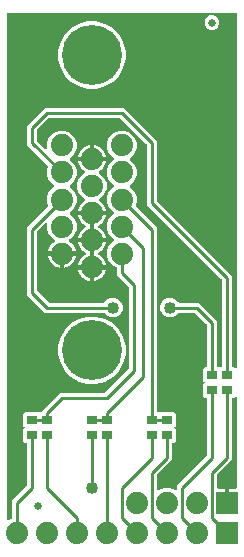
<source format=gbr>
G04 EAGLE Gerber RS-274X export*
G75*
%MOMM*%
%FSLAX34Y34*%
%LPD*%
%INTop Copper*%
%IPPOS*%
%AMOC8*
5,1,8,0,0,1.08239X$1,22.5*%
G01*
%ADD10R,1.879600X1.879600*%
%ADD11C,1.879600*%
%ADD12C,5.080000*%
%ADD13R,0.900000X0.700000*%
%ADD14C,0.635000*%
%ADD15C,0.254000*%
%ADD16C,1.016000*%

G36*
X5420Y23212D02*
X5420Y23212D01*
X5450Y23211D01*
X5707Y23279D01*
X5723Y23282D01*
X7755Y24124D01*
X7756Y24125D01*
X7757Y24125D01*
X7876Y24195D01*
X7999Y24268D01*
X8000Y24269D01*
X8002Y24270D01*
X8099Y24374D01*
X8195Y24475D01*
X8195Y24476D01*
X8196Y24478D01*
X8259Y24599D01*
X8325Y24728D01*
X8325Y24729D01*
X8326Y24731D01*
X8328Y24746D01*
X8380Y25007D01*
X8377Y25037D01*
X8381Y25062D01*
X8381Y39889D01*
X20784Y52292D01*
X20836Y52361D01*
X20896Y52425D01*
X20922Y52475D01*
X20955Y52519D01*
X20986Y52600D01*
X21026Y52678D01*
X21034Y52726D01*
X21056Y52784D01*
X21068Y52932D01*
X21081Y53009D01*
X21081Y87536D01*
X21073Y87594D01*
X21075Y87652D01*
X21053Y87734D01*
X21041Y87818D01*
X21018Y87871D01*
X21003Y87927D01*
X20960Y88000D01*
X20925Y88077D01*
X20887Y88122D01*
X20858Y88172D01*
X20796Y88230D01*
X20742Y88294D01*
X20693Y88326D01*
X20650Y88366D01*
X20575Y88405D01*
X20505Y88452D01*
X20449Y88469D01*
X20397Y88496D01*
X20329Y88507D01*
X20234Y88537D01*
X20134Y88540D01*
X20066Y88551D01*
X19637Y88551D01*
X17851Y90337D01*
X17851Y99863D01*
X18871Y100882D01*
X18906Y100929D01*
X18948Y100969D01*
X18991Y101042D01*
X19041Y101109D01*
X19062Y101164D01*
X19092Y101214D01*
X19113Y101296D01*
X19143Y101375D01*
X19148Y101433D01*
X19162Y101490D01*
X19159Y101574D01*
X19166Y101658D01*
X19155Y101716D01*
X19153Y101774D01*
X19127Y101854D01*
X19110Y101937D01*
X19083Y101989D01*
X19065Y102045D01*
X19025Y102101D01*
X18979Y102189D01*
X18911Y102262D01*
X18871Y102318D01*
X17851Y103337D01*
X17851Y112863D01*
X19637Y114649D01*
X31206Y114649D01*
X31259Y114609D01*
X31314Y114588D01*
X31364Y114558D01*
X31446Y114537D01*
X31525Y114507D01*
X31583Y114502D01*
X31640Y114488D01*
X31724Y114491D01*
X31808Y114484D01*
X31866Y114495D01*
X31924Y114497D01*
X32004Y114523D01*
X32087Y114540D01*
X32139Y114567D01*
X32195Y114585D01*
X32251Y114625D01*
X32297Y114649D01*
X32766Y114649D01*
X32824Y114657D01*
X32882Y114655D01*
X32964Y114677D01*
X33048Y114689D01*
X33101Y114712D01*
X33157Y114727D01*
X33230Y114770D01*
X33307Y114805D01*
X33352Y114843D01*
X33402Y114872D01*
X33460Y114934D01*
X33524Y114988D01*
X33556Y115037D01*
X33596Y115080D01*
X33635Y115155D01*
X33682Y115225D01*
X33699Y115281D01*
X33726Y115333D01*
X33737Y115401D01*
X33767Y115496D01*
X33770Y115596D01*
X33781Y115664D01*
X33781Y116089D01*
X49011Y131319D01*
X86691Y131319D01*
X86777Y131331D01*
X86865Y131334D01*
X86917Y131351D01*
X86972Y131359D01*
X87052Y131394D01*
X87135Y131421D01*
X87174Y131449D01*
X87231Y131475D01*
X87345Y131571D01*
X87408Y131616D01*
X107144Y151352D01*
X107196Y151421D01*
X107256Y151485D01*
X107282Y151535D01*
X107315Y151579D01*
X107346Y151660D01*
X107386Y151738D01*
X107394Y151786D01*
X107416Y151844D01*
X107427Y151971D01*
X107427Y151974D01*
X107428Y151983D01*
X107428Y151992D01*
X107441Y152069D01*
X107441Y220041D01*
X107429Y220127D01*
X107426Y220215D01*
X107409Y220267D01*
X107401Y220322D01*
X107366Y220402D01*
X107339Y220485D01*
X107311Y220524D01*
X107285Y220581D01*
X107189Y220695D01*
X107144Y220758D01*
X97281Y230621D01*
X97281Y236538D01*
X97281Y236540D01*
X97281Y236541D01*
X97261Y236681D01*
X97241Y236820D01*
X97241Y236821D01*
X97241Y236823D01*
X97184Y236949D01*
X97125Y237079D01*
X97124Y237080D01*
X97123Y237082D01*
X97034Y237187D01*
X96942Y237296D01*
X96940Y237297D01*
X96939Y237298D01*
X96927Y237306D01*
X96705Y237454D01*
X96676Y237463D01*
X96655Y237476D01*
X94549Y238348D01*
X91048Y241849D01*
X89153Y246424D01*
X89153Y251376D01*
X91048Y255951D01*
X94588Y259490D01*
X94600Y259499D01*
X94698Y259556D01*
X94718Y259578D01*
X94743Y259594D01*
X94816Y259681D01*
X94893Y259763D01*
X94907Y259789D01*
X94926Y259812D01*
X94972Y259915D01*
X95024Y260016D01*
X95029Y260045D01*
X95041Y260072D01*
X95057Y260183D01*
X95079Y260295D01*
X95076Y260324D01*
X95080Y260353D01*
X95064Y260465D01*
X95054Y260578D01*
X95044Y260605D01*
X95039Y260634D01*
X94993Y260738D01*
X94952Y260843D01*
X94935Y260867D01*
X94922Y260894D01*
X94849Y260980D01*
X94781Y261070D01*
X94757Y261088D01*
X94738Y261110D01*
X94672Y261152D01*
X94570Y261227D01*
X91048Y264749D01*
X89153Y269324D01*
X89153Y274276D01*
X91048Y278851D01*
X94588Y282390D01*
X94600Y282399D01*
X94698Y282456D01*
X94718Y282478D01*
X94743Y282494D01*
X94816Y282581D01*
X94893Y282663D01*
X94907Y282689D01*
X94926Y282712D01*
X94972Y282815D01*
X95024Y282916D01*
X95029Y282945D01*
X95041Y282972D01*
X95057Y283083D01*
X95079Y283195D01*
X95076Y283224D01*
X95080Y283253D01*
X95064Y283365D01*
X95054Y283478D01*
X95044Y283505D01*
X95039Y283534D01*
X94993Y283638D01*
X94952Y283743D01*
X94935Y283767D01*
X94922Y283794D01*
X94849Y283880D01*
X94781Y283970D01*
X94757Y283988D01*
X94738Y284010D01*
X94672Y284052D01*
X94570Y284127D01*
X91048Y287649D01*
X89153Y292224D01*
X89153Y297176D01*
X91048Y301751D01*
X94588Y305290D01*
X94600Y305299D01*
X94698Y305356D01*
X94718Y305378D01*
X94743Y305394D01*
X94816Y305481D01*
X94893Y305563D01*
X94907Y305589D01*
X94926Y305612D01*
X94972Y305715D01*
X95024Y305816D01*
X95029Y305845D01*
X95041Y305872D01*
X95057Y305983D01*
X95079Y306095D01*
X95076Y306124D01*
X95080Y306153D01*
X95064Y306265D01*
X95054Y306378D01*
X95044Y306405D01*
X95039Y306434D01*
X94993Y306538D01*
X94952Y306643D01*
X94935Y306667D01*
X94922Y306694D01*
X94849Y306780D01*
X94781Y306870D01*
X94757Y306888D01*
X94738Y306910D01*
X94672Y306952D01*
X94570Y307027D01*
X91048Y310549D01*
X89153Y315124D01*
X89153Y320076D01*
X91048Y324651D01*
X94588Y328190D01*
X94600Y328199D01*
X94698Y328256D01*
X94718Y328278D01*
X94743Y328294D01*
X94816Y328381D01*
X94893Y328463D01*
X94907Y328489D01*
X94926Y328512D01*
X94972Y328615D01*
X95024Y328716D01*
X95029Y328745D01*
X95041Y328772D01*
X95057Y328883D01*
X95079Y328995D01*
X95076Y329024D01*
X95080Y329053D01*
X95064Y329165D01*
X95054Y329278D01*
X95044Y329305D01*
X95039Y329334D01*
X94993Y329438D01*
X94952Y329543D01*
X94935Y329567D01*
X94922Y329594D01*
X94849Y329680D01*
X94781Y329770D01*
X94757Y329788D01*
X94738Y329810D01*
X94672Y329852D01*
X94570Y329927D01*
X91048Y333449D01*
X89153Y338024D01*
X89153Y342976D01*
X91048Y347551D01*
X94549Y351052D01*
X99124Y352947D01*
X104076Y352947D01*
X108651Y351052D01*
X112152Y347551D01*
X114047Y342976D01*
X114047Y338024D01*
X112152Y333449D01*
X108612Y329909D01*
X108599Y329901D01*
X108502Y329843D01*
X108482Y329822D01*
X108457Y329806D01*
X108384Y329719D01*
X108307Y329637D01*
X108293Y329610D01*
X108274Y329588D01*
X108228Y329485D01*
X108176Y329384D01*
X108171Y329355D01*
X108159Y329328D01*
X108143Y329216D01*
X108121Y329105D01*
X108124Y329076D01*
X108120Y329047D01*
X108136Y328934D01*
X108146Y328822D01*
X108156Y328794D01*
X108161Y328765D01*
X108207Y328662D01*
X108248Y328557D01*
X108266Y328533D01*
X108278Y328506D01*
X108351Y328420D01*
X108419Y328330D01*
X108443Y328312D01*
X108462Y328290D01*
X108529Y328248D01*
X108630Y328173D01*
X112152Y324651D01*
X114047Y320076D01*
X114047Y315124D01*
X112152Y310549D01*
X108612Y307009D01*
X108599Y307001D01*
X108502Y306943D01*
X108482Y306922D01*
X108457Y306906D01*
X108384Y306819D01*
X108307Y306737D01*
X108293Y306710D01*
X108274Y306688D01*
X108228Y306585D01*
X108176Y306484D01*
X108171Y306455D01*
X108159Y306428D01*
X108143Y306316D01*
X108121Y306205D01*
X108124Y306176D01*
X108120Y306147D01*
X108136Y306034D01*
X108146Y305922D01*
X108156Y305894D01*
X108161Y305865D01*
X108207Y305762D01*
X108248Y305657D01*
X108266Y305633D01*
X108278Y305606D01*
X108351Y305520D01*
X108419Y305430D01*
X108443Y305412D01*
X108462Y305390D01*
X108529Y305348D01*
X108630Y305273D01*
X112152Y301751D01*
X114047Y297176D01*
X114047Y292224D01*
X113175Y290119D01*
X113174Y290118D01*
X113174Y290116D01*
X113139Y289982D01*
X113104Y289844D01*
X113104Y289842D01*
X113104Y289841D01*
X113108Y289700D01*
X113112Y289560D01*
X113112Y289558D01*
X113113Y289557D01*
X113155Y289424D01*
X113199Y289289D01*
X113200Y289288D01*
X113200Y289286D01*
X113209Y289274D01*
X113357Y289053D01*
X113380Y289033D01*
X113395Y289013D01*
X131319Y271089D01*
X131319Y115664D01*
X131327Y115606D01*
X131325Y115548D01*
X131347Y115466D01*
X131359Y115382D01*
X131382Y115329D01*
X131397Y115273D01*
X131440Y115200D01*
X131475Y115123D01*
X131513Y115078D01*
X131542Y115028D01*
X131604Y114970D01*
X131658Y114906D01*
X131707Y114874D01*
X131750Y114834D01*
X131825Y114795D01*
X131895Y114748D01*
X131951Y114731D01*
X132003Y114704D01*
X132071Y114693D01*
X132166Y114663D01*
X132266Y114660D01*
X132334Y114649D01*
X132806Y114649D01*
X132859Y114609D01*
X132914Y114588D01*
X132964Y114558D01*
X133046Y114537D01*
X133125Y114507D01*
X133183Y114502D01*
X133240Y114488D01*
X133324Y114491D01*
X133408Y114484D01*
X133466Y114495D01*
X133524Y114497D01*
X133604Y114523D01*
X133687Y114540D01*
X133739Y114567D01*
X133795Y114585D01*
X133851Y114625D01*
X133897Y114649D01*
X145463Y114649D01*
X147249Y112863D01*
X147249Y103337D01*
X146229Y102318D01*
X146194Y102271D01*
X146152Y102231D01*
X146109Y102158D01*
X146059Y102091D01*
X146038Y102036D01*
X146008Y101986D01*
X145987Y101904D01*
X145957Y101825D01*
X145952Y101767D01*
X145938Y101710D01*
X145941Y101626D01*
X145934Y101542D01*
X145945Y101484D01*
X145947Y101426D01*
X145973Y101346D01*
X145990Y101263D01*
X146017Y101211D01*
X146035Y101155D01*
X146075Y101099D01*
X146121Y101011D01*
X146189Y100938D01*
X146229Y100882D01*
X147249Y99863D01*
X147249Y90337D01*
X145463Y88551D01*
X145034Y88551D01*
X144976Y88543D01*
X144918Y88545D01*
X144836Y88523D01*
X144752Y88511D01*
X144699Y88488D01*
X144643Y88473D01*
X144570Y88430D01*
X144493Y88395D01*
X144448Y88357D01*
X144398Y88328D01*
X144340Y88266D01*
X144276Y88212D01*
X144244Y88163D01*
X144204Y88120D01*
X144165Y88045D01*
X144118Y87975D01*
X144101Y87919D01*
X144074Y87867D01*
X144063Y87799D01*
X144033Y87704D01*
X144030Y87604D01*
X144019Y87536D01*
X144019Y74411D01*
X131616Y62008D01*
X131564Y61939D01*
X131504Y61875D01*
X131478Y61825D01*
X131445Y61781D01*
X131414Y61700D01*
X131374Y61622D01*
X131366Y61574D01*
X131344Y61516D01*
X131332Y61368D01*
X131319Y61291D01*
X131319Y49620D01*
X131335Y49506D01*
X131345Y49392D01*
X131355Y49366D01*
X131359Y49339D01*
X131406Y49234D01*
X131447Y49127D01*
X131463Y49104D01*
X131475Y49079D01*
X131549Y48992D01*
X131618Y48900D01*
X131641Y48883D01*
X131658Y48862D01*
X131754Y48798D01*
X131846Y48730D01*
X131872Y48720D01*
X131895Y48705D01*
X132005Y48670D01*
X132112Y48629D01*
X132140Y48627D01*
X132166Y48619D01*
X132281Y48616D01*
X132395Y48607D01*
X132420Y48612D01*
X132450Y48611D01*
X132707Y48679D01*
X132723Y48682D01*
X137224Y50547D01*
X142176Y50547D01*
X146677Y48682D01*
X146789Y48653D01*
X146898Y48619D01*
X146926Y48618D01*
X146953Y48611D01*
X147067Y48614D01*
X147182Y48611D01*
X147209Y48618D01*
X147237Y48619D01*
X147346Y48654D01*
X147457Y48683D01*
X147481Y48697D01*
X147508Y48706D01*
X147603Y48770D01*
X147702Y48829D01*
X147721Y48849D01*
X147744Y48864D01*
X147818Y48952D01*
X147896Y49036D01*
X147909Y49061D01*
X147927Y49082D01*
X147973Y49187D01*
X148026Y49289D01*
X148030Y49314D01*
X148042Y49342D01*
X148079Y49605D01*
X148081Y49620D01*
X148081Y52589D01*
X173184Y77692D01*
X173236Y77761D01*
X173296Y77825D01*
X173322Y77875D01*
X173355Y77919D01*
X173386Y78000D01*
X173426Y78078D01*
X173434Y78126D01*
X173456Y78184D01*
X173468Y78332D01*
X173481Y78409D01*
X173481Y125636D01*
X173473Y125694D01*
X173475Y125752D01*
X173453Y125834D01*
X173441Y125918D01*
X173418Y125971D01*
X173403Y126027D01*
X173360Y126100D01*
X173325Y126177D01*
X173287Y126222D01*
X173258Y126272D01*
X173196Y126330D01*
X173142Y126394D01*
X173093Y126426D01*
X173050Y126466D01*
X172975Y126505D01*
X172905Y126552D01*
X172849Y126569D01*
X172797Y126596D01*
X172729Y126607D01*
X172634Y126637D01*
X172534Y126640D01*
X172466Y126651D01*
X172037Y126651D01*
X170251Y128437D01*
X170251Y137963D01*
X171271Y138982D01*
X171306Y139029D01*
X171348Y139069D01*
X171391Y139142D01*
X171441Y139209D01*
X171462Y139264D01*
X171492Y139314D01*
X171513Y139396D01*
X171543Y139475D01*
X171548Y139533D01*
X171562Y139590D01*
X171559Y139674D01*
X171566Y139758D01*
X171555Y139816D01*
X171553Y139874D01*
X171527Y139954D01*
X171510Y140037D01*
X171483Y140089D01*
X171465Y140145D01*
X171425Y140201D01*
X171379Y140289D01*
X171311Y140362D01*
X171271Y140418D01*
X170251Y141437D01*
X170251Y150963D01*
X172037Y152749D01*
X172466Y152749D01*
X172524Y152757D01*
X172582Y152755D01*
X172664Y152777D01*
X172748Y152789D01*
X172801Y152812D01*
X172857Y152827D01*
X172930Y152870D01*
X173007Y152905D01*
X173052Y152943D01*
X173102Y152972D01*
X173160Y153034D01*
X173224Y153088D01*
X173256Y153137D01*
X173296Y153180D01*
X173335Y153255D01*
X173382Y153325D01*
X173399Y153381D01*
X173426Y153433D01*
X173437Y153501D01*
X173467Y153596D01*
X173470Y153696D01*
X173481Y153764D01*
X173481Y188291D01*
X173469Y188377D01*
X173466Y188465D01*
X173449Y188517D01*
X173441Y188572D01*
X173406Y188652D01*
X173379Y188735D01*
X173351Y188774D01*
X173325Y188831D01*
X173229Y188945D01*
X173184Y189008D01*
X163608Y198584D01*
X163539Y198636D01*
X163475Y198696D01*
X163425Y198722D01*
X163381Y198755D01*
X163300Y198786D01*
X163222Y198826D01*
X163174Y198834D01*
X163116Y198856D01*
X162968Y198868D01*
X162891Y198881D01*
X149838Y198881D01*
X149751Y198869D01*
X149664Y198866D01*
X149611Y198849D01*
X149556Y198841D01*
X149476Y198806D01*
X149393Y198779D01*
X149354Y198751D01*
X149297Y198725D01*
X149183Y198629D01*
X149120Y198584D01*
X146845Y196309D01*
X143857Y195071D01*
X140623Y195071D01*
X137635Y196309D01*
X135349Y198595D01*
X134111Y201583D01*
X134111Y204817D01*
X135349Y207805D01*
X137635Y210091D01*
X140623Y211329D01*
X143857Y211329D01*
X146845Y210091D01*
X149120Y207816D01*
X149189Y207764D01*
X149253Y207704D01*
X149303Y207678D01*
X149347Y207645D01*
X149429Y207614D01*
X149507Y207574D01*
X149554Y207566D01*
X149613Y207544D01*
X149760Y207532D01*
X149838Y207519D01*
X166889Y207519D01*
X182119Y192289D01*
X182119Y153764D01*
X182127Y153706D01*
X182125Y153648D01*
X182147Y153566D01*
X182159Y153482D01*
X182182Y153429D01*
X182197Y153373D01*
X182240Y153300D01*
X182275Y153223D01*
X182313Y153178D01*
X182342Y153128D01*
X182404Y153070D01*
X182458Y153006D01*
X182507Y152974D01*
X182550Y152934D01*
X182625Y152895D01*
X182695Y152848D01*
X182751Y152831D01*
X182803Y152804D01*
X182871Y152793D01*
X182966Y152763D01*
X183066Y152760D01*
X183134Y152749D01*
X183606Y152749D01*
X183659Y152709D01*
X183714Y152688D01*
X183764Y152658D01*
X183846Y152637D01*
X183925Y152607D01*
X183983Y152602D01*
X184040Y152588D01*
X184124Y152591D01*
X184208Y152584D01*
X184266Y152595D01*
X184324Y152597D01*
X184404Y152623D01*
X184487Y152640D01*
X184539Y152667D01*
X184595Y152685D01*
X184651Y152725D01*
X184697Y152749D01*
X185166Y152749D01*
X185224Y152757D01*
X185282Y152755D01*
X185364Y152777D01*
X185448Y152789D01*
X185501Y152812D01*
X185557Y152827D01*
X185630Y152870D01*
X185707Y152905D01*
X185752Y152943D01*
X185802Y152972D01*
X185860Y153034D01*
X185924Y153088D01*
X185956Y153137D01*
X185996Y153180D01*
X186035Y153255D01*
X186082Y153325D01*
X186099Y153381D01*
X186126Y153433D01*
X186137Y153501D01*
X186167Y153596D01*
X186170Y153696D01*
X186181Y153764D01*
X186181Y226391D01*
X186169Y226477D01*
X186166Y226565D01*
X186149Y226617D01*
X186141Y226672D01*
X186106Y226752D01*
X186079Y226835D01*
X186051Y226874D01*
X186025Y226931D01*
X185929Y227045D01*
X185884Y227108D01*
X125508Y287484D01*
X122681Y290311D01*
X122681Y340691D01*
X122669Y340777D01*
X122666Y340865D01*
X122649Y340917D01*
X122641Y340972D01*
X122606Y341052D01*
X122579Y341135D01*
X122551Y341174D01*
X122525Y341231D01*
X122429Y341345D01*
X122384Y341408D01*
X100108Y363684D01*
X100039Y363736D01*
X99975Y363796D01*
X99925Y363822D01*
X99881Y363855D01*
X99800Y363886D01*
X99722Y363926D01*
X99674Y363934D01*
X99616Y363956D01*
X99468Y363968D01*
X99391Y363981D01*
X40309Y363981D01*
X40223Y363969D01*
X40135Y363966D01*
X40083Y363949D01*
X40028Y363941D01*
X39948Y363906D01*
X39865Y363879D01*
X39826Y363851D01*
X39769Y363825D01*
X39655Y363729D01*
X39592Y363684D01*
X30016Y354108D01*
X29964Y354039D01*
X29904Y353975D01*
X29878Y353925D01*
X29845Y353881D01*
X29814Y353800D01*
X29774Y353722D01*
X29766Y353674D01*
X29744Y353616D01*
X29732Y353468D01*
X29719Y353391D01*
X29719Y345109D01*
X29731Y345023D01*
X29734Y344935D01*
X29751Y344883D01*
X29759Y344828D01*
X29794Y344748D01*
X29821Y344665D01*
X29849Y344626D01*
X29875Y344569D01*
X29971Y344455D01*
X30016Y344392D01*
X36620Y337787D01*
X36644Y337770D01*
X36663Y337747D01*
X36757Y337685D01*
X36847Y337617D01*
X36875Y337606D01*
X36899Y337590D01*
X37007Y337556D01*
X37113Y337515D01*
X37142Y337513D01*
X37170Y337504D01*
X37284Y337501D01*
X37396Y337492D01*
X37425Y337498D01*
X37454Y337497D01*
X37564Y337525D01*
X37675Y337548D01*
X37701Y337561D01*
X37729Y337569D01*
X37827Y337626D01*
X37927Y337679D01*
X37949Y337699D01*
X37974Y337714D01*
X38051Y337796D01*
X38133Y337874D01*
X38148Y337900D01*
X38168Y337921D01*
X38220Y338022D01*
X38277Y338120D01*
X38284Y338148D01*
X38298Y338174D01*
X38311Y338252D01*
X38347Y338395D01*
X38345Y338458D01*
X38353Y338505D01*
X38353Y342976D01*
X40248Y347551D01*
X43749Y351052D01*
X48324Y352947D01*
X53276Y352947D01*
X57851Y351052D01*
X61352Y347551D01*
X63247Y342976D01*
X63247Y338024D01*
X61352Y333449D01*
X57812Y329909D01*
X57799Y329901D01*
X57702Y329843D01*
X57682Y329822D01*
X57657Y329806D01*
X57584Y329719D01*
X57507Y329637D01*
X57493Y329610D01*
X57474Y329588D01*
X57428Y329485D01*
X57376Y329384D01*
X57371Y329355D01*
X57359Y329328D01*
X57343Y329216D01*
X57321Y329105D01*
X57324Y329076D01*
X57320Y329047D01*
X57336Y328934D01*
X57346Y328822D01*
X57356Y328794D01*
X57361Y328765D01*
X57407Y328662D01*
X57448Y328557D01*
X57466Y328533D01*
X57478Y328506D01*
X57551Y328420D01*
X57619Y328330D01*
X57643Y328312D01*
X57662Y328290D01*
X57729Y328248D01*
X57830Y328173D01*
X61352Y324651D01*
X63247Y320076D01*
X63247Y315124D01*
X61352Y310549D01*
X57812Y307009D01*
X57799Y307001D01*
X57702Y306943D01*
X57682Y306922D01*
X57657Y306906D01*
X57584Y306819D01*
X57507Y306737D01*
X57493Y306710D01*
X57474Y306688D01*
X57428Y306585D01*
X57376Y306484D01*
X57371Y306455D01*
X57359Y306428D01*
X57343Y306316D01*
X57321Y306205D01*
X57324Y306176D01*
X57320Y306147D01*
X57336Y306034D01*
X57346Y305922D01*
X57356Y305894D01*
X57361Y305865D01*
X57407Y305762D01*
X57448Y305657D01*
X57466Y305633D01*
X57478Y305606D01*
X57551Y305520D01*
X57619Y305430D01*
X57643Y305412D01*
X57662Y305390D01*
X57729Y305348D01*
X57830Y305273D01*
X61352Y301751D01*
X63247Y297176D01*
X63247Y292224D01*
X61352Y287649D01*
X57812Y284109D01*
X57799Y284101D01*
X57702Y284043D01*
X57682Y284022D01*
X57657Y284006D01*
X57584Y283919D01*
X57507Y283837D01*
X57493Y283810D01*
X57474Y283788D01*
X57428Y283685D01*
X57376Y283584D01*
X57371Y283555D01*
X57359Y283528D01*
X57343Y283416D01*
X57321Y283305D01*
X57324Y283276D01*
X57320Y283247D01*
X57336Y283134D01*
X57346Y283022D01*
X57356Y282994D01*
X57361Y282965D01*
X57407Y282862D01*
X57448Y282757D01*
X57466Y282733D01*
X57478Y282706D01*
X57551Y282620D01*
X57619Y282530D01*
X57643Y282512D01*
X57662Y282490D01*
X57729Y282448D01*
X57830Y282373D01*
X61352Y278851D01*
X63247Y274276D01*
X63247Y269324D01*
X61352Y264749D01*
X57851Y261248D01*
X57134Y260951D01*
X57021Y260885D01*
X56906Y260820D01*
X56898Y260812D01*
X56889Y260807D01*
X56799Y260711D01*
X56706Y260617D01*
X56701Y260608D01*
X56694Y260600D01*
X56633Y260483D01*
X56571Y260367D01*
X56569Y260357D01*
X56564Y260347D01*
X56538Y260217D01*
X56510Y260090D01*
X56511Y260079D01*
X56509Y260069D01*
X56520Y259937D01*
X56529Y259806D01*
X56532Y259796D01*
X56533Y259785D01*
X56580Y259662D01*
X56625Y259538D01*
X56631Y259530D01*
X56635Y259520D01*
X56715Y259414D01*
X56792Y259308D01*
X56800Y259303D01*
X56807Y259293D01*
X57034Y259123D01*
X57047Y259118D01*
X58578Y258006D01*
X59906Y256678D01*
X61011Y255157D01*
X61864Y253483D01*
X62445Y251696D01*
X62566Y250931D01*
X51816Y250931D01*
X51758Y250923D01*
X51700Y250925D01*
X51618Y250903D01*
X51535Y250891D01*
X51481Y250867D01*
X51425Y250853D01*
X51352Y250810D01*
X51275Y250775D01*
X51231Y250737D01*
X51180Y250707D01*
X51123Y250646D01*
X51058Y250591D01*
X51026Y250543D01*
X50986Y250500D01*
X50947Y250425D01*
X50901Y250355D01*
X50883Y250299D01*
X50856Y250247D01*
X50845Y250179D01*
X50815Y250084D01*
X50812Y249984D01*
X50801Y249916D01*
X50801Y248899D01*
X50799Y248899D01*
X50799Y249916D01*
X50791Y249974D01*
X50792Y250032D01*
X50771Y250114D01*
X50759Y250197D01*
X50735Y250251D01*
X50721Y250307D01*
X50678Y250380D01*
X50643Y250457D01*
X50605Y250502D01*
X50575Y250552D01*
X50514Y250610D01*
X50459Y250674D01*
X50411Y250706D01*
X50368Y250746D01*
X50293Y250785D01*
X50223Y250831D01*
X50167Y250849D01*
X50115Y250876D01*
X50047Y250887D01*
X49952Y250917D01*
X49852Y250920D01*
X49784Y250931D01*
X39034Y250931D01*
X39155Y251696D01*
X39736Y253483D01*
X40589Y255157D01*
X41694Y256678D01*
X43022Y258006D01*
X44575Y259134D01*
X44646Y259184D01*
X44755Y259258D01*
X44762Y259266D01*
X44771Y259272D01*
X44853Y259374D01*
X44938Y259475D01*
X44943Y259485D01*
X44949Y259493D01*
X45000Y259614D01*
X45054Y259735D01*
X45055Y259745D01*
X45060Y259755D01*
X45075Y259886D01*
X45093Y260017D01*
X45091Y260027D01*
X45093Y260038D01*
X45071Y260167D01*
X45052Y260298D01*
X45048Y260308D01*
X45046Y260318D01*
X44989Y260437D01*
X44935Y260557D01*
X44928Y260565D01*
X44924Y260575D01*
X44836Y260673D01*
X44751Y260773D01*
X44743Y260779D01*
X44735Y260787D01*
X44495Y260939D01*
X44478Y260944D01*
X44466Y260951D01*
X43749Y261248D01*
X40248Y264749D01*
X38353Y269324D01*
X38353Y273695D01*
X38349Y273724D01*
X38352Y273753D01*
X38329Y273864D01*
X38313Y273976D01*
X38301Y274003D01*
X38296Y274032D01*
X38244Y274132D01*
X38197Y274236D01*
X38178Y274258D01*
X38165Y274284D01*
X38087Y274366D01*
X38014Y274453D01*
X37989Y274469D01*
X37969Y274490D01*
X37871Y274547D01*
X37777Y274610D01*
X37749Y274619D01*
X37724Y274634D01*
X37614Y274662D01*
X37506Y274696D01*
X37476Y274697D01*
X37448Y274704D01*
X37335Y274700D01*
X37222Y274703D01*
X37193Y274696D01*
X37164Y274695D01*
X37056Y274660D01*
X36947Y274631D01*
X36921Y274616D01*
X36893Y274607D01*
X36830Y274562D01*
X36702Y274486D01*
X36659Y274441D01*
X36620Y274413D01*
X30016Y267808D01*
X29964Y267739D01*
X29904Y267675D01*
X29878Y267625D01*
X29845Y267581D01*
X29814Y267500D01*
X29774Y267422D01*
X29766Y267374D01*
X29744Y267316D01*
X29732Y267168D01*
X29719Y267091D01*
X29719Y218109D01*
X29726Y218055D01*
X29725Y218016D01*
X29732Y217991D01*
X29734Y217935D01*
X29751Y217883D01*
X29759Y217828D01*
X29794Y217748D01*
X29821Y217665D01*
X29849Y217626D01*
X29875Y217569D01*
X29971Y217455D01*
X30016Y217392D01*
X39592Y207816D01*
X39661Y207764D01*
X39725Y207704D01*
X39775Y207678D01*
X39819Y207645D01*
X39900Y207614D01*
X39978Y207574D01*
X40026Y207566D01*
X40084Y207544D01*
X40232Y207532D01*
X40309Y207519D01*
X86382Y207519D01*
X86469Y207531D01*
X86556Y207534D01*
X86609Y207551D01*
X86664Y207559D01*
X86744Y207594D01*
X86827Y207621D01*
X86866Y207649D01*
X86923Y207675D01*
X87037Y207771D01*
X87100Y207816D01*
X89375Y210091D01*
X92363Y211329D01*
X95597Y211329D01*
X98585Y210091D01*
X100871Y207805D01*
X102109Y204817D01*
X102109Y201583D01*
X100871Y198595D01*
X98585Y196309D01*
X95597Y195071D01*
X92363Y195071D01*
X89375Y196309D01*
X87100Y198584D01*
X87031Y198636D01*
X86967Y198696D01*
X86917Y198722D01*
X86873Y198755D01*
X86791Y198786D01*
X86713Y198826D01*
X86666Y198834D01*
X86607Y198856D01*
X86460Y198868D01*
X86382Y198881D01*
X36311Y198881D01*
X21081Y214111D01*
X21081Y271089D01*
X39005Y289013D01*
X39006Y289014D01*
X39007Y289015D01*
X39096Y289133D01*
X39176Y289240D01*
X39177Y289241D01*
X39178Y289243D01*
X39225Y289368D01*
X39277Y289506D01*
X39277Y289507D01*
X39278Y289509D01*
X39290Y289653D01*
X39301Y289789D01*
X39301Y289790D01*
X39301Y289792D01*
X39297Y289808D01*
X39245Y290068D01*
X39231Y290095D01*
X39225Y290119D01*
X38353Y292224D01*
X38353Y297176D01*
X40248Y301751D01*
X43788Y305290D01*
X43800Y305299D01*
X43898Y305356D01*
X43918Y305378D01*
X43943Y305394D01*
X44016Y305481D01*
X44093Y305563D01*
X44107Y305589D01*
X44126Y305612D01*
X44172Y305715D01*
X44224Y305816D01*
X44229Y305845D01*
X44241Y305872D01*
X44257Y305983D01*
X44279Y306095D01*
X44276Y306124D01*
X44280Y306153D01*
X44264Y306265D01*
X44254Y306378D01*
X44244Y306405D01*
X44239Y306434D01*
X44193Y306538D01*
X44152Y306643D01*
X44135Y306667D01*
X44122Y306694D01*
X44049Y306780D01*
X43981Y306870D01*
X43957Y306888D01*
X43938Y306910D01*
X43872Y306952D01*
X43770Y307027D01*
X40248Y310549D01*
X38353Y315124D01*
X38353Y320076D01*
X39196Y322110D01*
X39196Y322112D01*
X39197Y322113D01*
X39231Y322247D01*
X39267Y322385D01*
X39267Y322387D01*
X39267Y322389D01*
X39263Y322529D01*
X39259Y322670D01*
X39258Y322671D01*
X39258Y322673D01*
X39215Y322806D01*
X39172Y322940D01*
X39171Y322942D01*
X39171Y322943D01*
X39162Y322955D01*
X39014Y323177D01*
X38990Y323196D01*
X38976Y323217D01*
X21081Y341111D01*
X21081Y357389D01*
X36311Y372619D01*
X103389Y372619D01*
X131319Y344689D01*
X131319Y294309D01*
X131331Y294223D01*
X131334Y294135D01*
X131351Y294083D01*
X131359Y294028D01*
X131394Y293948D01*
X131421Y293865D01*
X131449Y293826D01*
X131475Y293768D01*
X131558Y293671D01*
X131575Y293641D01*
X131592Y293625D01*
X131616Y293592D01*
X194819Y230389D01*
X194819Y153764D01*
X194827Y153706D01*
X194825Y153648D01*
X194847Y153566D01*
X194859Y153482D01*
X194882Y153429D01*
X194897Y153373D01*
X194940Y153300D01*
X194975Y153223D01*
X195013Y153178D01*
X195042Y153128D01*
X195104Y153070D01*
X195158Y153006D01*
X195207Y152974D01*
X195250Y152934D01*
X195325Y152895D01*
X195395Y152848D01*
X195451Y152831D01*
X195503Y152804D01*
X195571Y152793D01*
X195666Y152763D01*
X195766Y152760D01*
X195834Y152749D01*
X196263Y152749D01*
X197015Y151997D01*
X197038Y151979D01*
X197057Y151957D01*
X197151Y151894D01*
X197242Y151826D01*
X197269Y151815D01*
X197294Y151799D01*
X197402Y151765D01*
X197508Y151724D01*
X197537Y151722D01*
X197565Y151713D01*
X197678Y151710D01*
X197791Y151701D01*
X197820Y151707D01*
X197849Y151706D01*
X197959Y151735D01*
X198070Y151757D01*
X198096Y151770D01*
X198124Y151778D01*
X198221Y151835D01*
X198322Y151888D01*
X198343Y151908D01*
X198368Y151923D01*
X198446Y152005D01*
X198528Y152084D01*
X198543Y152109D01*
X198563Y152130D01*
X198615Y152231D01*
X198672Y152329D01*
X198679Y152357D01*
X198692Y152383D01*
X198705Y152460D01*
X198742Y152604D01*
X198740Y152667D01*
X198748Y152714D01*
X198879Y451866D01*
X198871Y451924D01*
X198872Y451982D01*
X198851Y452064D01*
X198839Y452147D01*
X198815Y452201D01*
X198800Y452257D01*
X198758Y452330D01*
X198723Y452407D01*
X198685Y452451D01*
X198655Y452502D01*
X198594Y452559D01*
X198540Y452624D01*
X198491Y452656D01*
X198448Y452696D01*
X198373Y452735D01*
X198303Y452781D01*
X198247Y452799D01*
X198195Y452826D01*
X198127Y452837D01*
X198032Y452867D01*
X197932Y452870D01*
X197864Y452881D01*
X5334Y452881D01*
X5276Y452873D01*
X5218Y452875D01*
X5136Y452853D01*
X5052Y452841D01*
X4999Y452818D01*
X4943Y452803D01*
X4870Y452760D01*
X4793Y452725D01*
X4748Y452687D01*
X4698Y452658D01*
X4640Y452596D01*
X4576Y452542D01*
X4544Y452493D01*
X4504Y452450D01*
X4465Y452375D01*
X4418Y452305D01*
X4401Y452249D01*
X4374Y452197D01*
X4363Y452129D01*
X4333Y452034D01*
X4330Y451934D01*
X4319Y451866D01*
X4319Y24220D01*
X4335Y24106D01*
X4345Y23992D01*
X4355Y23966D01*
X4359Y23939D01*
X4406Y23834D01*
X4447Y23727D01*
X4463Y23704D01*
X4475Y23679D01*
X4549Y23592D01*
X4618Y23500D01*
X4641Y23483D01*
X4658Y23462D01*
X4754Y23398D01*
X4846Y23330D01*
X4872Y23320D01*
X4895Y23305D01*
X5005Y23270D01*
X5112Y23229D01*
X5140Y23227D01*
X5166Y23219D01*
X5281Y23216D01*
X5395Y23207D01*
X5420Y23212D01*
G37*
%LPC*%
G36*
X72455Y388651D02*
X72455Y388651D01*
X65219Y390590D01*
X58732Y394335D01*
X53435Y399632D01*
X49690Y406119D01*
X47751Y413355D01*
X47751Y420845D01*
X49690Y428081D01*
X53435Y434568D01*
X58732Y439865D01*
X65219Y443610D01*
X72455Y445549D01*
X79945Y445549D01*
X87181Y443610D01*
X93668Y439865D01*
X98965Y434568D01*
X102710Y428081D01*
X104649Y420845D01*
X104649Y413355D01*
X102710Y406119D01*
X98965Y399632D01*
X93668Y394335D01*
X87181Y390590D01*
X79945Y388651D01*
X72455Y388651D01*
G37*
%LPD*%
%LPC*%
G36*
X72455Y138651D02*
X72455Y138651D01*
X65219Y140590D01*
X58732Y144335D01*
X53435Y149632D01*
X49690Y156119D01*
X47751Y163355D01*
X47751Y170845D01*
X49690Y178081D01*
X53435Y184568D01*
X58732Y189865D01*
X65219Y193610D01*
X72455Y195549D01*
X79945Y195549D01*
X87181Y193610D01*
X93668Y189865D01*
X98965Y184568D01*
X102710Y178081D01*
X104649Y170845D01*
X104649Y163355D01*
X102710Y156119D01*
X98965Y149632D01*
X93668Y144335D01*
X87181Y140590D01*
X79945Y138651D01*
X72455Y138651D01*
G37*
%LPD*%
%LPC*%
G36*
X76199Y283299D02*
X76199Y283299D01*
X76199Y284316D01*
X76191Y284374D01*
X76192Y284432D01*
X76171Y284514D01*
X76159Y284597D01*
X76135Y284651D01*
X76121Y284707D01*
X76078Y284780D01*
X76043Y284857D01*
X76005Y284902D01*
X75975Y284952D01*
X75914Y285010D01*
X75859Y285074D01*
X75811Y285106D01*
X75768Y285146D01*
X75693Y285185D01*
X75623Y285231D01*
X75567Y285249D01*
X75515Y285276D01*
X75447Y285287D01*
X75352Y285317D01*
X75252Y285320D01*
X75184Y285331D01*
X64434Y285331D01*
X64555Y286096D01*
X65136Y287883D01*
X65989Y289557D01*
X67094Y291078D01*
X68422Y292406D01*
X69975Y293534D01*
X70046Y293584D01*
X70155Y293658D01*
X70162Y293666D01*
X70171Y293672D01*
X70253Y293774D01*
X70338Y293875D01*
X70343Y293885D01*
X70350Y293893D01*
X70400Y294014D01*
X70454Y294135D01*
X70455Y294146D01*
X70460Y294155D01*
X70475Y294286D01*
X70493Y294417D01*
X70491Y294427D01*
X70493Y294438D01*
X70471Y294568D01*
X70452Y294698D01*
X70448Y294708D01*
X70446Y294718D01*
X70389Y294838D01*
X70335Y294957D01*
X70328Y294965D01*
X70324Y294975D01*
X70236Y295073D01*
X70151Y295173D01*
X70142Y295179D01*
X70135Y295187D01*
X69894Y295339D01*
X69878Y295344D01*
X69866Y295351D01*
X69149Y295648D01*
X65648Y299149D01*
X63753Y303724D01*
X63753Y308676D01*
X65648Y313251D01*
X69149Y316752D01*
X69866Y317049D01*
X69979Y317116D01*
X70094Y317180D01*
X70102Y317188D01*
X70111Y317193D01*
X70201Y317289D01*
X70294Y317383D01*
X70299Y317392D01*
X70306Y317400D01*
X70367Y317517D01*
X70429Y317633D01*
X70431Y317643D01*
X70436Y317653D01*
X70462Y317782D01*
X70490Y317910D01*
X70489Y317921D01*
X70491Y317932D01*
X70480Y318063D01*
X70471Y318194D01*
X70468Y318204D01*
X70467Y318215D01*
X70420Y318337D01*
X70375Y318461D01*
X70369Y318470D01*
X70365Y318480D01*
X70286Y318585D01*
X70208Y318692D01*
X70200Y318697D01*
X70193Y318707D01*
X69966Y318877D01*
X69953Y318882D01*
X68422Y319994D01*
X67094Y321322D01*
X65989Y322843D01*
X65136Y324517D01*
X64555Y326304D01*
X64434Y327069D01*
X75184Y327069D01*
X75242Y327077D01*
X75300Y327075D01*
X75382Y327097D01*
X75465Y327109D01*
X75519Y327133D01*
X75575Y327147D01*
X75648Y327190D01*
X75725Y327225D01*
X75769Y327263D01*
X75820Y327293D01*
X75877Y327354D01*
X75942Y327409D01*
X75974Y327457D01*
X76014Y327500D01*
X76053Y327575D01*
X76099Y327645D01*
X76117Y327701D01*
X76144Y327753D01*
X76155Y327821D01*
X76185Y327916D01*
X76188Y328016D01*
X76199Y328084D01*
X76199Y329101D01*
X76201Y329101D01*
X76201Y328084D01*
X76209Y328026D01*
X76208Y327968D01*
X76229Y327886D01*
X76241Y327803D01*
X76265Y327749D01*
X76279Y327693D01*
X76322Y327620D01*
X76357Y327543D01*
X76395Y327498D01*
X76425Y327448D01*
X76486Y327390D01*
X76541Y327326D01*
X76589Y327294D01*
X76632Y327254D01*
X76707Y327215D01*
X76777Y327169D01*
X76833Y327151D01*
X76885Y327124D01*
X76953Y327113D01*
X77048Y327083D01*
X77148Y327080D01*
X77216Y327069D01*
X87966Y327069D01*
X87845Y326304D01*
X87264Y324517D01*
X86411Y322843D01*
X85306Y321322D01*
X83978Y319994D01*
X82425Y318866D01*
X82354Y318816D01*
X82245Y318742D01*
X82238Y318734D01*
X82229Y318728D01*
X82147Y318626D01*
X82062Y318525D01*
X82057Y318515D01*
X82050Y318507D01*
X82000Y318386D01*
X81946Y318265D01*
X81945Y318254D01*
X81940Y318245D01*
X81925Y318114D01*
X81907Y317983D01*
X81909Y317973D01*
X81907Y317962D01*
X81929Y317832D01*
X81948Y317702D01*
X81952Y317692D01*
X81954Y317682D01*
X82011Y317562D01*
X82065Y317443D01*
X82072Y317435D01*
X82076Y317425D01*
X82164Y317327D01*
X82249Y317227D01*
X82258Y317221D01*
X82265Y317213D01*
X82506Y317061D01*
X82522Y317056D01*
X82534Y317049D01*
X83251Y316752D01*
X86752Y313251D01*
X88647Y308676D01*
X88647Y303724D01*
X86752Y299149D01*
X83251Y295648D01*
X82534Y295351D01*
X82421Y295284D01*
X82306Y295220D01*
X82298Y295212D01*
X82289Y295207D01*
X82199Y295111D01*
X82106Y295017D01*
X82101Y295008D01*
X82094Y295000D01*
X82033Y294883D01*
X81971Y294767D01*
X81969Y294757D01*
X81964Y294747D01*
X81938Y294618D01*
X81910Y294490D01*
X81911Y294479D01*
X81909Y294468D01*
X81920Y294337D01*
X81929Y294206D01*
X81932Y294196D01*
X81933Y294185D01*
X81980Y294063D01*
X82025Y293939D01*
X82031Y293930D01*
X82035Y293920D01*
X82114Y293815D01*
X82192Y293708D01*
X82200Y293703D01*
X82207Y293693D01*
X82434Y293523D01*
X82447Y293518D01*
X83978Y292406D01*
X85306Y291078D01*
X86411Y289557D01*
X87264Y287883D01*
X87845Y286096D01*
X87966Y285331D01*
X77216Y285331D01*
X77158Y285323D01*
X77100Y285325D01*
X77018Y285303D01*
X76935Y285291D01*
X76881Y285267D01*
X76825Y285253D01*
X76752Y285210D01*
X76675Y285175D01*
X76631Y285137D01*
X76580Y285107D01*
X76523Y285046D01*
X76458Y284991D01*
X76426Y284943D01*
X76386Y284900D01*
X76347Y284825D01*
X76301Y284755D01*
X76283Y284699D01*
X76256Y284647D01*
X76245Y284579D01*
X76215Y284484D01*
X76212Y284384D01*
X76201Y284316D01*
X76201Y283299D01*
X76199Y283299D01*
G37*
%LPD*%
G36*
X191574Y38109D02*
X191574Y38109D01*
X191632Y38108D01*
X191714Y38129D01*
X191797Y38141D01*
X191851Y38165D01*
X191907Y38179D01*
X191980Y38222D01*
X192057Y38257D01*
X192102Y38295D01*
X192152Y38325D01*
X192210Y38386D01*
X192274Y38441D01*
X192306Y38489D01*
X192346Y38532D01*
X192385Y38607D01*
X192431Y38677D01*
X192449Y38733D01*
X192476Y38785D01*
X192487Y38853D01*
X192517Y38948D01*
X192520Y39048D01*
X192531Y39116D01*
X192531Y50039D01*
X197688Y50039D01*
X197746Y50047D01*
X197804Y50045D01*
X197886Y50067D01*
X197970Y50079D01*
X198023Y50102D01*
X198079Y50117D01*
X198152Y50160D01*
X198229Y50195D01*
X198274Y50232D01*
X198324Y50262D01*
X198382Y50324D01*
X198446Y50378D01*
X198479Y50427D01*
X198518Y50469D01*
X198557Y50545D01*
X198604Y50615D01*
X198621Y50671D01*
X198648Y50722D01*
X198659Y50791D01*
X198690Y50886D01*
X198692Y50986D01*
X198704Y51054D01*
X198737Y126674D01*
X198733Y126703D01*
X198735Y126732D01*
X198713Y126843D01*
X198697Y126955D01*
X198685Y126982D01*
X198679Y127011D01*
X198627Y127111D01*
X198581Y127215D01*
X198562Y127237D01*
X198548Y127263D01*
X198470Y127345D01*
X198397Y127432D01*
X198373Y127448D01*
X198352Y127470D01*
X198255Y127527D01*
X198161Y127589D01*
X198133Y127598D01*
X198107Y127613D01*
X197998Y127641D01*
X197890Y127675D01*
X197860Y127676D01*
X197832Y127683D01*
X197719Y127680D01*
X197606Y127683D01*
X197577Y127675D01*
X197547Y127674D01*
X197440Y127640D01*
X197330Y127611D01*
X197305Y127596D01*
X197277Y127587D01*
X197213Y127541D01*
X197086Y127466D01*
X197043Y127420D01*
X197004Y127392D01*
X196263Y126651D01*
X195834Y126651D01*
X195776Y126643D01*
X195718Y126645D01*
X195636Y126623D01*
X195552Y126611D01*
X195499Y126588D01*
X195443Y126573D01*
X195370Y126530D01*
X195293Y126495D01*
X195248Y126457D01*
X195198Y126428D01*
X195140Y126366D01*
X195076Y126312D01*
X195044Y126263D01*
X195004Y126220D01*
X194965Y126145D01*
X194918Y126075D01*
X194901Y126019D01*
X194874Y125967D01*
X194863Y125899D01*
X194833Y125804D01*
X194830Y125704D01*
X194819Y125636D01*
X194819Y74411D01*
X182416Y62008D01*
X182364Y61939D01*
X182304Y61875D01*
X182278Y61825D01*
X182245Y61781D01*
X182214Y61700D01*
X182174Y61622D01*
X182166Y61574D01*
X182144Y61516D01*
X182132Y61368D01*
X182119Y61291D01*
X182119Y51054D01*
X182127Y50996D01*
X182125Y50938D01*
X182147Y50856D01*
X182159Y50772D01*
X182182Y50719D01*
X182197Y50663D01*
X182240Y50590D01*
X182275Y50513D01*
X182313Y50468D01*
X182342Y50418D01*
X182404Y50360D01*
X182458Y50296D01*
X182507Y50264D01*
X182550Y50224D01*
X182625Y50185D01*
X182695Y50138D01*
X182751Y50121D01*
X182803Y50094D01*
X182871Y50083D01*
X182966Y50053D01*
X183066Y50050D01*
X183134Y50039D01*
X188469Y50039D01*
X188469Y39116D01*
X188477Y39058D01*
X188475Y39000D01*
X188497Y38918D01*
X188509Y38835D01*
X188533Y38781D01*
X188547Y38725D01*
X188590Y38652D01*
X188625Y38575D01*
X188663Y38531D01*
X188693Y38480D01*
X188754Y38423D01*
X188809Y38358D01*
X188857Y38326D01*
X188900Y38286D01*
X188975Y38247D01*
X189045Y38201D01*
X189101Y38183D01*
X189153Y38156D01*
X189221Y38145D01*
X189316Y38115D01*
X189416Y38112D01*
X189484Y38101D01*
X191516Y38101D01*
X191574Y38109D01*
G37*
%LPC*%
G36*
X78231Y262431D02*
X78231Y262431D01*
X78231Y281269D01*
X87966Y281269D01*
X87845Y280504D01*
X87264Y278717D01*
X86411Y277043D01*
X85306Y275522D01*
X83978Y274194D01*
X82457Y273089D01*
X81801Y272755D01*
X81726Y272702D01*
X81645Y272657D01*
X81610Y272620D01*
X81568Y272591D01*
X81510Y272520D01*
X81446Y272454D01*
X81422Y272410D01*
X81390Y272370D01*
X81354Y272285D01*
X81310Y272204D01*
X81299Y272155D01*
X81280Y272108D01*
X81269Y272016D01*
X81249Y271926D01*
X81253Y271876D01*
X81247Y271825D01*
X81262Y271735D01*
X81268Y271643D01*
X81285Y271595D01*
X81293Y271545D01*
X81333Y271462D01*
X81364Y271375D01*
X81394Y271334D01*
X81416Y271288D01*
X81477Y271220D01*
X81531Y271145D01*
X81567Y271119D01*
X81605Y271076D01*
X81739Y270991D01*
X81801Y270945D01*
X82457Y270611D01*
X83978Y269506D01*
X85306Y268178D01*
X86411Y266657D01*
X87264Y264983D01*
X87845Y263196D01*
X87966Y262431D01*
X78231Y262431D01*
G37*
%LPD*%
%LPC*%
G36*
X78231Y239531D02*
X78231Y239531D01*
X78231Y258369D01*
X87966Y258369D01*
X87845Y257604D01*
X87264Y255817D01*
X86411Y254143D01*
X85306Y252622D01*
X83978Y251294D01*
X82457Y250189D01*
X81801Y249855D01*
X81726Y249802D01*
X81645Y249757D01*
X81610Y249720D01*
X81568Y249691D01*
X81510Y249620D01*
X81446Y249554D01*
X81422Y249510D01*
X81390Y249470D01*
X81354Y249385D01*
X81310Y249304D01*
X81299Y249255D01*
X81280Y249208D01*
X81269Y249116D01*
X81249Y249026D01*
X81253Y248976D01*
X81247Y248925D01*
X81262Y248835D01*
X81268Y248743D01*
X81285Y248695D01*
X81293Y248645D01*
X81333Y248562D01*
X81364Y248475D01*
X81394Y248434D01*
X81416Y248388D01*
X81477Y248320D01*
X81531Y248245D01*
X81567Y248219D01*
X81605Y248176D01*
X81739Y248091D01*
X81801Y248045D01*
X82457Y247711D01*
X83978Y246606D01*
X85306Y245278D01*
X86411Y243757D01*
X87264Y242083D01*
X87845Y240296D01*
X87966Y239531D01*
X78231Y239531D01*
G37*
%LPD*%
%LPC*%
G36*
X64434Y262431D02*
X64434Y262431D01*
X64555Y263196D01*
X65136Y264983D01*
X65989Y266657D01*
X67094Y268178D01*
X68422Y269506D01*
X69943Y270611D01*
X70599Y270945D01*
X70675Y270998D01*
X70755Y271043D01*
X70790Y271079D01*
X70832Y271109D01*
X70890Y271180D01*
X70954Y271246D01*
X70978Y271290D01*
X71010Y271330D01*
X71046Y271415D01*
X71090Y271496D01*
X71101Y271545D01*
X71120Y271592D01*
X71131Y271683D01*
X71151Y271773D01*
X71147Y271824D01*
X71153Y271875D01*
X71138Y271965D01*
X71132Y272057D01*
X71115Y272105D01*
X71107Y272155D01*
X71067Y272238D01*
X71036Y272325D01*
X71006Y272366D01*
X70984Y272411D01*
X70923Y272480D01*
X70869Y272555D01*
X70833Y272581D01*
X70795Y272624D01*
X70661Y272709D01*
X70599Y272755D01*
X69943Y273089D01*
X68422Y274194D01*
X67094Y275522D01*
X65989Y277043D01*
X65136Y278717D01*
X64555Y280504D01*
X64434Y281269D01*
X74169Y281269D01*
X74169Y262431D01*
X64434Y262431D01*
G37*
%LPD*%
%LPC*%
G36*
X64434Y239531D02*
X64434Y239531D01*
X64555Y240296D01*
X65136Y242083D01*
X65989Y243757D01*
X67094Y245278D01*
X68422Y246606D01*
X69943Y247711D01*
X70599Y248045D01*
X70675Y248098D01*
X70755Y248143D01*
X70790Y248179D01*
X70832Y248209D01*
X70890Y248280D01*
X70954Y248346D01*
X70978Y248390D01*
X71010Y248430D01*
X71046Y248515D01*
X71090Y248596D01*
X71101Y248645D01*
X71120Y248692D01*
X71131Y248784D01*
X71151Y248873D01*
X71147Y248924D01*
X71153Y248975D01*
X71138Y249065D01*
X71132Y249157D01*
X71115Y249205D01*
X71107Y249255D01*
X71067Y249338D01*
X71036Y249425D01*
X71006Y249466D01*
X70984Y249511D01*
X70923Y249580D01*
X70869Y249655D01*
X70833Y249681D01*
X70795Y249724D01*
X70661Y249809D01*
X70599Y249855D01*
X69943Y250189D01*
X68422Y251294D01*
X67094Y252622D01*
X65989Y254143D01*
X65136Y255817D01*
X64555Y257604D01*
X64434Y258369D01*
X74169Y258369D01*
X74169Y239531D01*
X64434Y239531D01*
G37*
%LPD*%
%LPC*%
G36*
X176562Y438276D02*
X176562Y438276D01*
X174274Y439224D01*
X172524Y440974D01*
X171576Y443262D01*
X171576Y445738D01*
X172524Y448026D01*
X174274Y449776D01*
X176562Y450724D01*
X179038Y450724D01*
X181326Y449776D01*
X183076Y448026D01*
X184024Y445738D01*
X184024Y443262D01*
X183076Y440974D01*
X181326Y439224D01*
X179038Y438276D01*
X176562Y438276D01*
G37*
%LPD*%
%LPC*%
G36*
X78231Y331131D02*
X78231Y331131D01*
X78231Y340866D01*
X78996Y340745D01*
X80783Y340164D01*
X82457Y339311D01*
X83978Y338206D01*
X85306Y336878D01*
X86411Y335357D01*
X87264Y333683D01*
X87845Y331896D01*
X87966Y331131D01*
X78231Y331131D01*
G37*
%LPD*%
%LPC*%
G36*
X64434Y331131D02*
X64434Y331131D01*
X64555Y331896D01*
X65136Y333683D01*
X65989Y335357D01*
X67094Y336878D01*
X68422Y338206D01*
X69943Y339311D01*
X71617Y340164D01*
X73404Y340745D01*
X74169Y340866D01*
X74169Y331131D01*
X64434Y331131D01*
G37*
%LPD*%
%LPC*%
G36*
X52831Y246869D02*
X52831Y246869D01*
X62566Y246869D01*
X62445Y246104D01*
X61864Y244317D01*
X61011Y242643D01*
X59906Y241122D01*
X58578Y239794D01*
X57057Y238689D01*
X55383Y237836D01*
X53596Y237255D01*
X52831Y237134D01*
X52831Y246869D01*
G37*
%LPD*%
%LPC*%
G36*
X78231Y235469D02*
X78231Y235469D01*
X87966Y235469D01*
X87845Y234704D01*
X87264Y232917D01*
X86411Y231243D01*
X85306Y229722D01*
X83978Y228394D01*
X82457Y227289D01*
X80783Y226436D01*
X78996Y225855D01*
X78231Y225734D01*
X78231Y235469D01*
G37*
%LPD*%
%LPC*%
G36*
X48004Y237255D02*
X48004Y237255D01*
X46217Y237836D01*
X44543Y238689D01*
X43022Y239794D01*
X41694Y241122D01*
X40589Y242643D01*
X39736Y244317D01*
X39155Y246104D01*
X39034Y246869D01*
X48769Y246869D01*
X48769Y237134D01*
X48004Y237255D01*
G37*
%LPD*%
%LPC*%
G36*
X73404Y225855D02*
X73404Y225855D01*
X71617Y226436D01*
X69943Y227289D01*
X68422Y228394D01*
X67094Y229722D01*
X65989Y231243D01*
X65136Y232917D01*
X64555Y234704D01*
X64434Y235469D01*
X74169Y235469D01*
X74169Y225734D01*
X73404Y225855D01*
G37*
%LPD*%
%LPC*%
G36*
X76199Y260399D02*
X76199Y260399D01*
X76199Y260401D01*
X76201Y260401D01*
X76201Y260399D01*
X76199Y260399D01*
G37*
%LPD*%
%LPC*%
G36*
X76199Y237499D02*
X76199Y237499D01*
X76199Y237501D01*
X76201Y237501D01*
X76201Y237499D01*
X76199Y237499D01*
G37*
%LPD*%
D10*
X190500Y38100D03*
D11*
X165100Y38100D03*
X139700Y38100D03*
X114300Y38100D03*
D10*
X190500Y12700D03*
D11*
X165100Y12700D03*
X139700Y12700D03*
X114300Y12700D03*
X88900Y12700D03*
X63500Y12700D03*
X38100Y12700D03*
X12700Y12700D03*
X76200Y260400D03*
X76200Y283300D03*
X76200Y306200D03*
X76200Y329100D03*
X50800Y248900D03*
X50800Y271800D03*
X50800Y294700D03*
X50800Y317600D03*
D12*
X76200Y167100D03*
X76200Y417100D03*
D11*
X76200Y237500D03*
X50800Y340500D03*
X101600Y248900D03*
X101600Y271800D03*
X101600Y294700D03*
X101600Y317600D03*
X101600Y340500D03*
D13*
X177800Y133200D03*
X177800Y146200D03*
X190500Y133200D03*
X190500Y146200D03*
X25400Y108100D03*
X25400Y95100D03*
X76200Y108100D03*
X76200Y95100D03*
X139700Y108100D03*
X139700Y95100D03*
X38100Y108100D03*
X38100Y95100D03*
X88900Y108100D03*
X88900Y95100D03*
X127000Y108100D03*
X127000Y95100D03*
D14*
X30480Y35560D03*
X177800Y444500D03*
D15*
X12700Y38100D02*
X12700Y12700D01*
X12700Y38100D02*
X25400Y50800D01*
X25400Y95100D01*
D16*
X76200Y50800D03*
D15*
X76200Y95100D01*
X63500Y25400D02*
X63500Y12700D01*
X63500Y25400D02*
X38100Y50800D01*
X38100Y95100D01*
X127000Y25400D02*
X139700Y12700D01*
X127000Y25400D02*
X127000Y63500D01*
X139700Y76200D01*
X139700Y95100D01*
X152400Y25400D02*
X165100Y12700D01*
X152400Y25400D02*
X152400Y50800D01*
X177800Y76200D01*
X177800Y133200D01*
X177800Y25400D02*
X190500Y12700D01*
X177800Y25400D02*
X177800Y63500D01*
X190500Y76200D01*
X190500Y133200D01*
X88900Y95100D02*
X88900Y12700D01*
X101600Y25400D02*
X114300Y12700D01*
X101600Y25400D02*
X101600Y50800D01*
X127000Y76200D01*
X127000Y95100D01*
X177800Y146200D02*
X177800Y190500D01*
X165100Y203200D01*
X142240Y203200D01*
D16*
X142240Y203200D03*
D15*
X25400Y215900D02*
X25400Y269300D01*
X50800Y294700D01*
D16*
X93980Y203200D03*
D15*
X38100Y203200D01*
X25400Y215900D01*
X190500Y228600D02*
X190500Y146200D01*
X190500Y228600D02*
X127000Y292100D01*
X127000Y342900D01*
X101600Y368300D01*
X38100Y368300D01*
X25400Y355600D01*
X25400Y342900D01*
X50700Y317600D01*
X50800Y317600D01*
X38100Y108100D02*
X25400Y108100D01*
X38100Y108100D02*
X38100Y114300D01*
X50800Y127000D01*
X88900Y127000D01*
X111760Y149860D01*
X111760Y222250D01*
X101600Y232410D01*
X101600Y248900D01*
X88900Y108100D02*
X76200Y108100D01*
X88900Y108100D02*
X88900Y114300D01*
X119380Y144780D01*
X119380Y254020D01*
X101600Y271800D01*
X127000Y108100D02*
X139700Y108100D01*
X127000Y108100D02*
X127000Y269300D01*
X101600Y294700D01*
M02*

</source>
